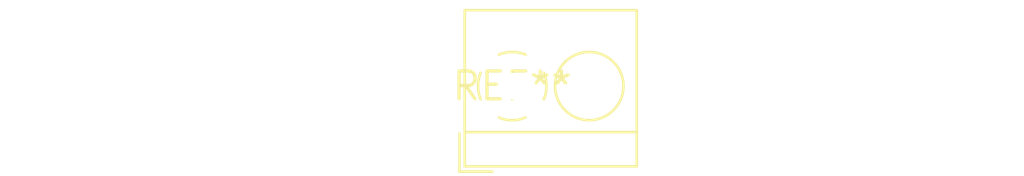
<source format=kicad_pcb>
(kicad_pcb (version 20240108) (generator pcbnew)
  (layers (0 "F.Cu" signal) (31 "B.Cu" signal) (34 "B.Paste" user) (35 "F.Paste" user) (36 "B.SilkS" user "B.Silkscreen") (37 "F.SilkS" user "F.Silkscreen") (38 "B.Mask" user) (39 "F.Mask" user) (44 "Edge.Cuts" user))
  (net 0 "")
  (footprint "TerminalBlock_4Ucon_1x02_P3.50mm_Horizontal" (layer "F.Cu") (at 0 0)
    (property "Reference" "REF**")
    (property "Value" "TerminalBlock_4Ucon_1x02_P3.50mm_Horizontal")
    (fp_line (start -2.4 2.16) (end -2.4 3.9) (layer "F.SilkS") (stroke (width 0.12)))
    (fp_line (start -2.4 3.9) (end -0.9 3.9) (layer "F.SilkS") (stroke (width 0.12)))
    (fp_line (start -2.16 -3.46) (end -2.16 3.66) (layer "F.SilkS") (stroke (width 0.12)))
    (fp_line (start -2.16 -3.46) (end 5.66 -3.46) (layer "F.SilkS") (stroke (width 0.12)))
    (fp_line (start -2.16 2.1) (end 5.66 2.1) (layer "F.SilkS") (stroke (width 0.12)))
    (fp_line (start -2.16 3.66) (end 5.66 3.66) (layer "F.SilkS") (stroke (width 0.12)))
    (fp_line (start 5.66 -3.46) (end 5.66 3.66) (layer "F.SilkS") (stroke (width 0.12)))
    (fp_arc (start -1.432109 0.607742) (mid -1.555727 -0.00014) (end -1.432 -0.608) (layer "F.SilkS") (stroke (width 0.12)))
    (fp_arc (start -0.607742 -1.432109) (mid 0.00014 -1.555727) (end 0.608 -1.432) (layer "F.SilkS") (stroke (width 0.12)))
    (fp_arc (start 0.027011 1.555493) (mid -0.296984 1.527118) (end -0.608 1.432) (layer "F.SilkS") (stroke (width 0.12)))
    (fp_arc (start 0.607587 1.431385) (mid 0.310017 1.523783) (end 0 1.555) (layer "F.SilkS") (stroke (width 0.12)))
    (fp_arc (start 1.432109 -0.607742) (mid 1.555727 0.00014) (end 1.432 0.608) (layer "F.SilkS") (stroke (width 0.12)))
    (fp_circle (center 3.5 0) (end 5.055 0) (layer "F.SilkS") (stroke (width 0.12)) (fill none))
    (pad "1" thru_hole rect (at 0 0) (size 2.4 2.4) (drill 1.2) (layers *.Cu *.Mask) (remove_unused_layers))
    (pad "2" thru_hole circle (at 3.5 0) (size 2.4 2.4) (drill 1.2) (layers *.Cu *.Mask) (remove_unused_layers))
  )
)
</source>
